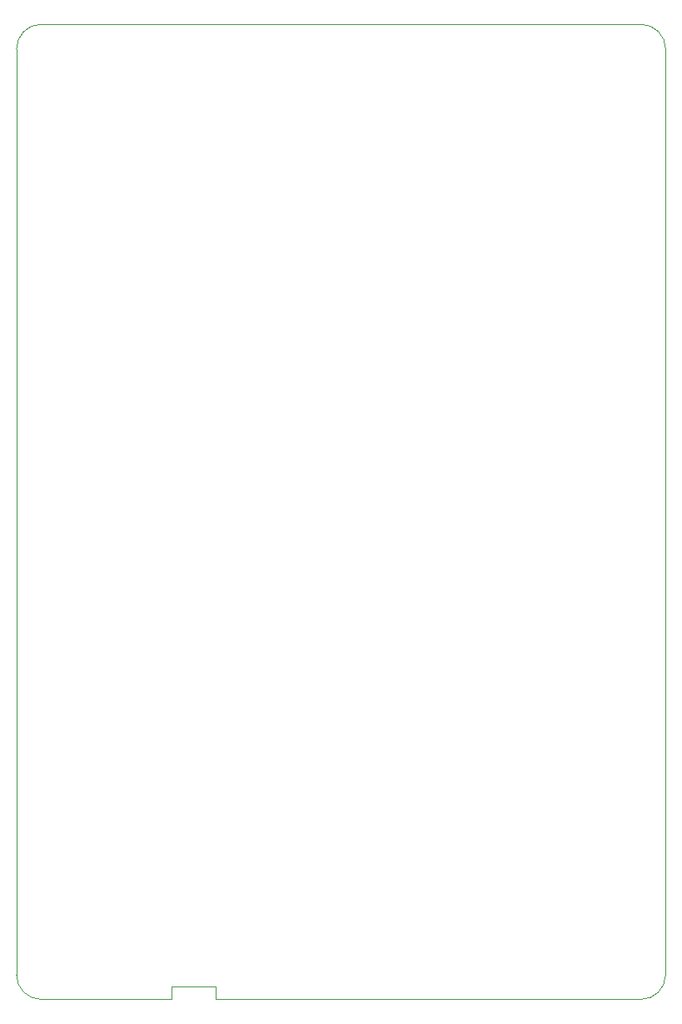
<source format=gbr>
G04 #@! TF.GenerationSoftware,KiCad,Pcbnew,5.1.10-1.fc33*
G04 #@! TF.CreationDate,2021-07-17T23:20:00-05:00*
G04 #@! TF.ProjectId,Nucleo32TNC,4e75636c-656f-4333-9254-4e432e6b6963,C*
G04 #@! TF.SameCoordinates,Original*
G04 #@! TF.FileFunction,Profile,NP*
%FSLAX46Y46*%
G04 Gerber Fmt 4.6, Leading zero omitted, Abs format (unit mm)*
G04 Created by KiCad (PCBNEW 5.1.10-1.fc33) date 2021-07-17 23:20:00*
%MOMM*%
%LPD*%
G01*
G04 APERTURE LIST*
G04 #@! TA.AperFunction,Profile*
%ADD10C,0.050000*%
G04 #@! TD*
G04 #@! TA.AperFunction,Profile*
%ADD11C,0.000100*%
G04 #@! TD*
G04 APERTURE END LIST*
D10*
X126000000Y-50000000D02*
X122500000Y-50000000D01*
X180000000Y-50000000D02*
X183500000Y-50000000D01*
X180000000Y-149000000D02*
X183500000Y-149000000D01*
X122500000Y-149000000D02*
X126000000Y-149000000D01*
X146850000Y-149000000D02*
X156500000Y-149000000D01*
X156500000Y-149000000D02*
X180000000Y-149000000D01*
X129650000Y-149000000D02*
X126000000Y-149000000D01*
X171000000Y-50000000D02*
X180000000Y-50000000D01*
X120000000Y-122500000D02*
X120000000Y-146500000D01*
X186000000Y-122500000D02*
X186000000Y-146500000D01*
X122500000Y-149000000D02*
G75*
G02*
X120000000Y-146500000I0J2500000D01*
G01*
X186000000Y-122500000D02*
X186000000Y-52500000D01*
X126000000Y-50000000D02*
X171000000Y-50000000D01*
X120000000Y-122500000D02*
X120000000Y-52500000D01*
X186000000Y-146500000D02*
G75*
G02*
X183500000Y-149000000I-2500000J0D01*
G01*
X183500000Y-50000000D02*
G75*
G02*
X186000000Y-52500000I0J-2500000D01*
G01*
X120000000Y-52500000D02*
G75*
G02*
X122500000Y-50000000I2500000J0D01*
G01*
D11*
X129650000Y-149000000D02*
X135750000Y-149000000D01*
X135750000Y-149000000D02*
X135750000Y-147700000D01*
X135750000Y-147700000D02*
X140250000Y-147700000D01*
X140250000Y-147700000D02*
X140250000Y-149000000D01*
X140250000Y-149000000D02*
X146850000Y-149000000D01*
M02*

</source>
